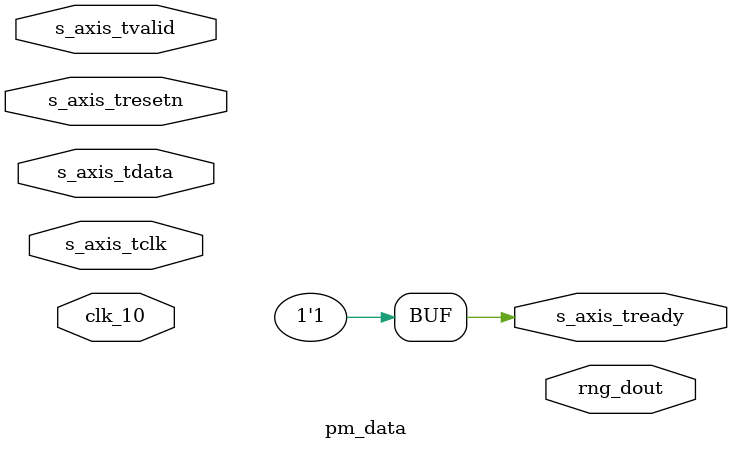
<source format=v>
`timescale 1ns / 1ps


module pm_data(
    input wire                                    s_axis_tclk,
    input wire                                    s_axis_tresetn,
    input wire [127 : 0]                          s_axis_tdata,
    input wire                                    s_axis_tvalid,
//      input wire s_axis_tlast,
    output wire                                   s_axis_tready,

    input clk_10,
    // output wire [13:0] rd_data_count,
    // output wire [11:0] wr_data_count,
    output wire [15:0]       rng_dout

    // output wire prog_empty,
    // output wire prog_full,
    // output wire full,
    // output wire empty

    );
assign s_axis_tready = 1'b1;

// fifo_128x16 rng_fifo (
//   .rst(!s_axis_tresetn),                              // input wire rst
//   .wr_clk(s_axis_tclk),                        // input wire wr_clk
//   .rd_clk(clk_10),                        // input wire rd_clk
//   .din(s_axis_tdata),                              // input wire [127 : 0] din
//   .wr_en(1'b1),                          // input wire wr_en
//   .rd_en(1'b1),                          // input wire rd_en
//   .dout(rng_dout),                            // output wire [15 : 0] dout
//   .full(),                            // output wire full
//   .almost_full(),              // output wire almost_full
//   .empty(),                          // output wire empty
//   .almost_empty(),            // output wire almost_empty
//   .rd_data_count(),          // output wire [13 : 0] rd_data_count
//   .wr_data_count(),          // output wire [10 : 0] wr_data_count
//   .wr_rst_busy(),              // output wire wr_rst_busy
//   .rd_rst_busy()              // output wire rd_rst_busy
// );
endmodule

</source>
